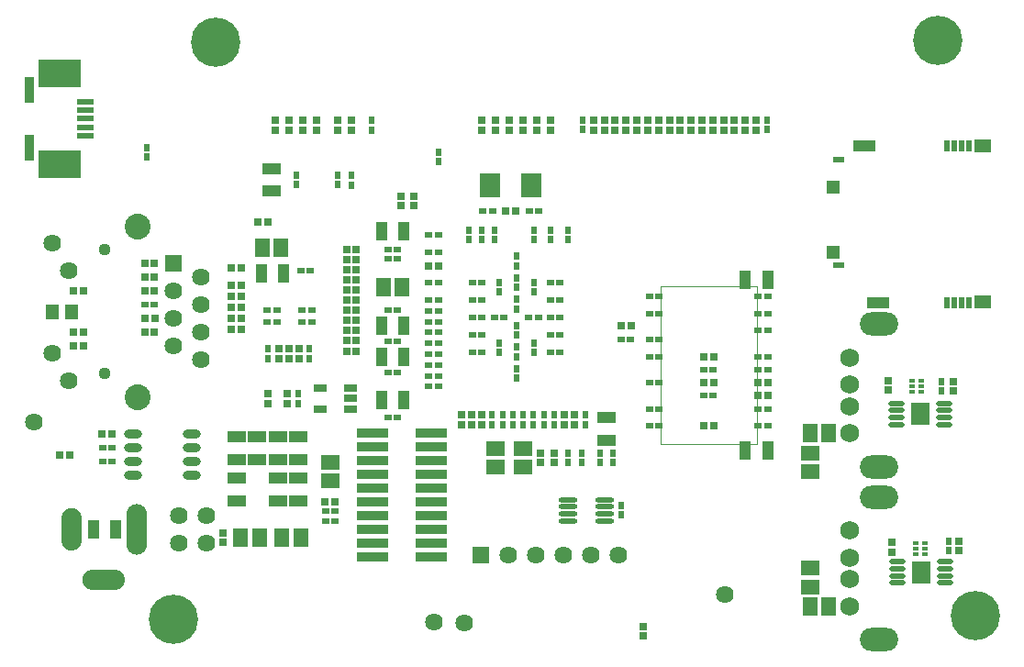
<source format=gbs>
G04*
G04 #@! TF.GenerationSoftware,Altium Limited,Altium Designer,19.1.9 (167)*
G04*
G04 Layer_Color=16711935*
%FSLAX25Y25*%
%MOIN*%
G70*
G01*
G75*
%ADD11C,0.00100*%
%ADD42R,0.02402X0.02902*%
%ADD43R,0.07400X0.08900*%
%ADD46R,0.02565X0.02565*%
%ADD47R,0.02565X0.02565*%
%ADD48R,0.02400X0.01600*%
%ADD55R,0.06509X0.04343*%
%ADD56R,0.02902X0.02402*%
%ADD57R,0.04343X0.06509*%
%ADD58C,0.06400*%
%ADD59C,0.17900*%
%ADD60C,0.04400*%
%ADD61C,0.09400*%
%ADD62R,0.06400X0.06400*%
%ADD63C,0.06900*%
%ADD64O,0.13900X0.08400*%
%ADD65O,0.07400X0.15400*%
%ADD66O,0.07400X0.18400*%
%ADD67O,0.15400X0.07400*%
%ADD117R,0.07099X0.08359*%
%ADD118O,0.05906X0.02165*%
%ADD119R,0.06587X0.05406*%
%ADD120R,0.05406X0.06587*%
%ADD121R,0.05912X0.02369*%
%ADD122R,0.03550X0.09652*%
%ADD123R,0.15400X0.10400*%
%ADD124R,0.03900X0.02400*%
%ADD125R,0.02200X0.04000*%
%ADD126R,0.08300X0.03900*%
%ADD127R,0.04700X0.05100*%
%ADD128R,0.06400X0.04800*%
%ADD129R,0.11400X0.03200*%
%ADD130R,0.05131X0.03162*%
%ADD131O,0.06902X0.01784*%
%ADD132O,0.06509X0.03162*%
%ADD133R,0.02998X0.02841*%
%ADD134R,0.04900X0.05400*%
D11*
X234034Y76926D02*
Y134176D01*
X269234D01*
Y76926D02*
Y134176D01*
X234034Y76926D02*
X269234D01*
D42*
X153541Y179668D02*
D03*
Y183132D02*
D03*
X102500Y95232D02*
D03*
Y91768D02*
D03*
X106496Y111563D02*
D03*
Y108098D02*
D03*
X91536Y111563D02*
D03*
Y108098D02*
D03*
X129000Y194532D02*
D03*
Y191068D02*
D03*
X121800Y171068D02*
D03*
Y174532D02*
D03*
X116600Y174632D02*
D03*
Y171168D02*
D03*
X101600Y171168D02*
D03*
Y174632D02*
D03*
X216600Y73732D02*
D03*
Y70268D02*
D03*
X175335Y132343D02*
D03*
Y135807D02*
D03*
X191634Y84068D02*
D03*
Y87532D02*
D03*
X173800Y154632D02*
D03*
Y151168D02*
D03*
X195384Y84068D02*
D03*
Y87532D02*
D03*
X180384Y84068D02*
D03*
Y87532D02*
D03*
X176634Y84068D02*
D03*
Y87532D02*
D03*
X184134Y84068D02*
D03*
Y87532D02*
D03*
X181634Y100847D02*
D03*
Y104311D02*
D03*
X175335Y113760D02*
D03*
Y110295D02*
D03*
X187933Y135807D02*
D03*
Y132343D02*
D03*
X181634Y126043D02*
D03*
Y129508D02*
D03*
X187933Y113760D02*
D03*
Y110295D02*
D03*
X181634Y120059D02*
D03*
Y116595D02*
D03*
Y133917D02*
D03*
Y137382D02*
D03*
X194232Y154632D02*
D03*
Y151168D02*
D03*
X164300Y154632D02*
D03*
Y151168D02*
D03*
X200547Y154632D02*
D03*
Y151168D02*
D03*
X205771Y194646D02*
D03*
Y191181D02*
D03*
X206634Y84068D02*
D03*
Y87532D02*
D03*
X212200Y73732D02*
D03*
Y70268D02*
D03*
X187925Y154632D02*
D03*
Y151168D02*
D03*
X181634Y108721D02*
D03*
Y112185D02*
D03*
X172884Y87532D02*
D03*
Y84068D02*
D03*
X169055Y151168D02*
D03*
Y154632D02*
D03*
X272700Y191181D02*
D03*
Y194646D02*
D03*
X181634Y141791D02*
D03*
Y145256D02*
D03*
X336100Y99732D02*
D03*
Y96268D02*
D03*
X338600Y41632D02*
D03*
Y38168D02*
D03*
X47500Y184732D02*
D03*
Y181268D02*
D03*
X219600Y51168D02*
D03*
Y54632D02*
D03*
X205384Y70268D02*
D03*
Y73732D02*
D03*
X200416Y73732D02*
D03*
Y70268D02*
D03*
X187884Y87532D02*
D03*
Y84068D02*
D03*
D43*
X187114Y171100D02*
D03*
X172154D02*
D03*
D46*
X342300Y38228D02*
D03*
Y41772D02*
D03*
X318100Y41372D02*
D03*
Y37828D02*
D03*
X98500Y91728D02*
D03*
Y95272D02*
D03*
X95266Y111602D02*
D03*
Y108059D02*
D03*
X102766Y108059D02*
D03*
Y111602D02*
D03*
X99016Y111602D02*
D03*
Y108059D02*
D03*
X116600Y194572D02*
D03*
Y191028D02*
D03*
X179134Y191028D02*
D03*
Y194572D02*
D03*
X169134Y191028D02*
D03*
Y194572D02*
D03*
X99200Y191028D02*
D03*
Y194572D02*
D03*
X94200Y191028D02*
D03*
Y194572D02*
D03*
X174134Y191028D02*
D03*
Y194572D02*
D03*
X189134Y191028D02*
D03*
Y194572D02*
D03*
X109200Y191028D02*
D03*
Y194572D02*
D03*
X104200Y191028D02*
D03*
Y194572D02*
D03*
X184134Y191028D02*
D03*
Y194572D02*
D03*
X194134Y191028D02*
D03*
Y194572D02*
D03*
X268763Y191142D02*
D03*
Y194685D02*
D03*
X264826Y191142D02*
D03*
Y194685D02*
D03*
X260889Y191142D02*
D03*
Y194685D02*
D03*
X256952Y191142D02*
D03*
Y194685D02*
D03*
X253015Y191142D02*
D03*
Y194685D02*
D03*
X249078Y191142D02*
D03*
Y194685D02*
D03*
X245141Y191142D02*
D03*
Y194685D02*
D03*
X241204Y191142D02*
D03*
Y194685D02*
D03*
X237267Y191142D02*
D03*
Y194685D02*
D03*
X233330Y191142D02*
D03*
Y194685D02*
D03*
X229393Y191142D02*
D03*
Y194685D02*
D03*
X217582Y191142D02*
D03*
Y194685D02*
D03*
X225456Y191142D02*
D03*
Y194685D02*
D03*
X221519Y191142D02*
D03*
Y194685D02*
D03*
X209708Y191142D02*
D03*
Y194685D02*
D03*
X213645Y191142D02*
D03*
Y194685D02*
D03*
X202884Y84028D02*
D03*
Y87572D02*
D03*
X161634Y87572D02*
D03*
Y84028D02*
D03*
X195448Y70228D02*
D03*
Y73772D02*
D03*
X316600Y100072D02*
D03*
Y96528D02*
D03*
X190480Y70228D02*
D03*
Y73772D02*
D03*
X340400Y96228D02*
D03*
Y99772D02*
D03*
X199134Y84028D02*
D03*
Y87572D02*
D03*
X121700Y191028D02*
D03*
Y194572D02*
D03*
X139870Y167118D02*
D03*
Y163575D02*
D03*
X169134Y84028D02*
D03*
Y87572D02*
D03*
X165384Y84028D02*
D03*
Y87572D02*
D03*
X227700Y10772D02*
D03*
Y7228D02*
D03*
X144370Y167118D02*
D03*
Y163575D02*
D03*
X75000Y41228D02*
D03*
Y44772D02*
D03*
X91500Y95272D02*
D03*
Y91728D02*
D03*
D47*
X119928Y144100D02*
D03*
X123472D02*
D03*
X81772Y118500D02*
D03*
X78228D02*
D03*
X123472Y110800D02*
D03*
X119928D02*
D03*
X123472Y136700D02*
D03*
X119928D02*
D03*
X123472Y125600D02*
D03*
X119928D02*
D03*
X123472Y140400D02*
D03*
X119928D02*
D03*
X123472Y129300D02*
D03*
X119928D02*
D03*
X123472Y133000D02*
D03*
X119928D02*
D03*
X123472Y118200D02*
D03*
X119928D02*
D03*
X123472Y147800D02*
D03*
X119928D02*
D03*
X123472Y121900D02*
D03*
X119928D02*
D03*
X123472Y114500D02*
D03*
X119928D02*
D03*
X78228Y141000D02*
D03*
X81772D02*
D03*
X50272Y122500D02*
D03*
X46728D02*
D03*
X24272Y132500D02*
D03*
X20728D02*
D03*
X24272Y112500D02*
D03*
X20728D02*
D03*
X24272Y117500D02*
D03*
X20728D02*
D03*
X81772Y134500D02*
D03*
X78228D02*
D03*
X81772Y130500D02*
D03*
X78228D02*
D03*
X81772Y126500D02*
D03*
X78228D02*
D03*
X81772Y122500D02*
D03*
X78228D02*
D03*
X272969Y94553D02*
D03*
X269426D02*
D03*
X253284Y99277D02*
D03*
X249741D02*
D03*
X253284Y108726D02*
D03*
X249741D02*
D03*
X253284Y83529D02*
D03*
X249741D02*
D03*
X272969Y99277D02*
D03*
X269426D02*
D03*
X153372Y141600D02*
D03*
X149828D02*
D03*
X91372Y157800D02*
D03*
X87828D02*
D03*
X219728Y119903D02*
D03*
X223272D02*
D03*
X112228Y56000D02*
D03*
X115772D02*
D03*
X181406Y161500D02*
D03*
X177862D02*
D03*
X31228Y80500D02*
D03*
X34772D02*
D03*
X19272Y73000D02*
D03*
X15728D02*
D03*
D48*
X325372Y99968D02*
D03*
Y96032D02*
D03*
Y98000D02*
D03*
X328828D02*
D03*
Y99968D02*
D03*
Y96032D02*
D03*
X326672Y41068D02*
D03*
Y37132D02*
D03*
Y39100D02*
D03*
X330128D02*
D03*
Y41068D02*
D03*
Y37132D02*
D03*
D55*
X92600Y176935D02*
D03*
Y168865D02*
D03*
X214400Y86535D02*
D03*
Y78465D02*
D03*
X87500Y79535D02*
D03*
Y71465D02*
D03*
X102500Y64535D02*
D03*
Y56465D02*
D03*
Y79535D02*
D03*
Y71465D02*
D03*
X95000Y71465D02*
D03*
Y79535D02*
D03*
Y64535D02*
D03*
Y56465D02*
D03*
X80000Y56465D02*
D03*
Y64535D02*
D03*
Y71465D02*
D03*
Y79535D02*
D03*
D56*
X103868Y121400D02*
D03*
X107332D02*
D03*
X103868Y125800D02*
D03*
X107332D02*
D03*
X94632D02*
D03*
X91168D02*
D03*
X94632Y121400D02*
D03*
X91168D02*
D03*
X106732Y140000D02*
D03*
X103268D02*
D03*
X50232Y127500D02*
D03*
X46768D02*
D03*
X31268Y75500D02*
D03*
X34732D02*
D03*
X249780Y94553D02*
D03*
X253245D02*
D03*
X253245Y104002D02*
D03*
X249780D02*
D03*
X272930Y83529D02*
D03*
X269465D02*
D03*
X272930Y89828D02*
D03*
X269465D02*
D03*
X272930Y104002D02*
D03*
X269465D02*
D03*
X272930Y108726D02*
D03*
X269465D02*
D03*
X272930Y118175D02*
D03*
X269465D02*
D03*
X272930Y124474D02*
D03*
X269465D02*
D03*
X272930Y130773D02*
D03*
X269465D02*
D03*
X230095Y89828D02*
D03*
X233560D02*
D03*
X230095Y99277D02*
D03*
X233560D02*
D03*
X230095Y108726D02*
D03*
X233560D02*
D03*
X230095Y115025D02*
D03*
X233560D02*
D03*
X230095Y124474D02*
D03*
X233560D02*
D03*
X230095Y130773D02*
D03*
X233560D02*
D03*
X149868Y117539D02*
D03*
X153332D02*
D03*
X149868Y146800D02*
D03*
X153332D02*
D03*
X134968Y86500D02*
D03*
X138432D02*
D03*
X165728Y123051D02*
D03*
X169193D02*
D03*
X189665D02*
D03*
X186201D02*
D03*
X149868Y125413D02*
D03*
X153332D02*
D03*
X149868Y113602D02*
D03*
X153332D02*
D03*
X149868Y109665D02*
D03*
X153332D02*
D03*
X134968Y103100D02*
D03*
X138432D02*
D03*
X134968Y125551D02*
D03*
X138432D02*
D03*
X134968Y114200D02*
D03*
X138432D02*
D03*
X177067Y123051D02*
D03*
X173602D02*
D03*
X165728Y135650D02*
D03*
X169193D02*
D03*
X153332Y153000D02*
D03*
X149868D02*
D03*
X169193Y110453D02*
D03*
X165728D02*
D03*
X134968Y147800D02*
D03*
X138432D02*
D03*
X169193Y129350D02*
D03*
X165728D02*
D03*
X165728Y116752D02*
D03*
X169193D02*
D03*
X194075Y129350D02*
D03*
X197539D02*
D03*
X194075Y110453D02*
D03*
X197539D02*
D03*
X194075Y123051D02*
D03*
X197539D02*
D03*
X194075Y116752D02*
D03*
X197539D02*
D03*
X230095Y83529D02*
D03*
X233560D02*
D03*
X153332Y121476D02*
D03*
X149868D02*
D03*
X153332Y129351D02*
D03*
X149868D02*
D03*
X138432Y144200D02*
D03*
X134968D02*
D03*
X197539Y135650D02*
D03*
X194075D02*
D03*
X149868Y97854D02*
D03*
X153332D02*
D03*
X149868Y105728D02*
D03*
X153332D02*
D03*
X149868Y135600D02*
D03*
X153332D02*
D03*
X149866Y101791D02*
D03*
X153331D02*
D03*
X223232Y115000D02*
D03*
X219768D02*
D03*
X115732Y49000D02*
D03*
X112268D02*
D03*
X112268Y52500D02*
D03*
X115732D02*
D03*
X172932Y161500D02*
D03*
X169468D02*
D03*
X189732D02*
D03*
X186268D02*
D03*
X31268Y70500D02*
D03*
X34732D02*
D03*
D57*
X88965Y139000D02*
D03*
X97035D02*
D03*
X264865Y74500D02*
D03*
X272935D02*
D03*
X140735Y93000D02*
D03*
X132665D02*
D03*
X140735Y120000D02*
D03*
X132665D02*
D03*
X140735Y108500D02*
D03*
X132665D02*
D03*
X264865Y136800D02*
D03*
X272935D02*
D03*
X132665Y154300D02*
D03*
X140735D02*
D03*
X27965Y46000D02*
D03*
X36035D02*
D03*
D58*
X6500Y85000D02*
D03*
X162800Y12100D02*
D03*
X257505Y22217D02*
D03*
X69000Y51000D02*
D03*
X59000Y41000D02*
D03*
Y51000D02*
D03*
X69000Y41000D02*
D03*
X151800Y12200D02*
D03*
X57250Y112500D02*
D03*
X67250Y107500D02*
D03*
Y137500D02*
D03*
X57250Y132500D02*
D03*
X67250Y117500D02*
D03*
X12950Y149900D02*
D03*
X18950Y139900D02*
D03*
Y100100D02*
D03*
X12950Y110100D02*
D03*
X67250Y127500D02*
D03*
X57250Y122500D02*
D03*
X188600Y36700D02*
D03*
X218600D02*
D03*
X178600D02*
D03*
X208600D02*
D03*
X198600D02*
D03*
D59*
X348400Y14500D02*
D03*
X72550Y223000D02*
D03*
X334823Y223567D02*
D03*
X57000Y13400D02*
D03*
D60*
X32250Y102500D02*
D03*
Y147500D02*
D03*
D61*
X44250Y156000D02*
D03*
Y94000D02*
D03*
D62*
X57250Y142500D02*
D03*
X168600Y36700D02*
D03*
D63*
X302753Y108417D02*
D03*
Y98577D02*
D03*
Y90697D02*
D03*
Y80857D02*
D03*
Y45617D02*
D03*
Y35777D02*
D03*
Y27897D02*
D03*
Y18057D02*
D03*
D64*
X313423Y120507D02*
D03*
Y68767D02*
D03*
Y57707D02*
D03*
Y5967D02*
D03*
D65*
X20000Y46000D02*
D03*
D66*
X43600D02*
D03*
D67*
X31800Y27500D02*
D03*
D117*
X328600Y30400D02*
D03*
X328300Y87900D02*
D03*
D118*
X337261Y34239D02*
D03*
Y31679D02*
D03*
Y29120D02*
D03*
Y26561D02*
D03*
X319939Y34239D02*
D03*
Y31679D02*
D03*
Y29120D02*
D03*
Y26561D02*
D03*
X336961Y91739D02*
D03*
Y89179D02*
D03*
Y86620D02*
D03*
Y84061D02*
D03*
X319639Y91739D02*
D03*
Y89179D02*
D03*
Y86620D02*
D03*
Y84061D02*
D03*
D119*
X288400Y25075D02*
D03*
Y31925D02*
D03*
X174034Y75425D02*
D03*
Y68575D02*
D03*
X184134Y75425D02*
D03*
Y68575D02*
D03*
X288400Y66975D02*
D03*
Y73825D02*
D03*
X114000Y70425D02*
D03*
Y63575D02*
D03*
D120*
X295225Y18000D02*
D03*
X288375D02*
D03*
X96225Y148400D02*
D03*
X89375D02*
D03*
X133275Y134100D02*
D03*
X140125D02*
D03*
X288375Y80900D02*
D03*
X295225D02*
D03*
X96575Y43000D02*
D03*
X103425D02*
D03*
X88425D02*
D03*
X81575D02*
D03*
D121*
X25196Y198327D02*
D03*
Y195177D02*
D03*
Y192027D02*
D03*
Y201476D02*
D03*
Y188878D02*
D03*
D122*
X4724Y184646D02*
D03*
Y205708D02*
D03*
D123*
X15747Y178642D02*
D03*
Y211712D02*
D03*
D124*
X298653Y180441D02*
D03*
Y142055D02*
D03*
D125*
X346249Y185489D02*
D03*
X340737D02*
D03*
X337981D02*
D03*
Y128345D02*
D03*
X340737D02*
D03*
X346249D02*
D03*
X343493Y185489D02*
D03*
Y128345D02*
D03*
D126*
X307922Y185460D02*
D03*
X313040Y128374D02*
D03*
D127*
X296690Y170401D02*
D03*
Y146780D02*
D03*
D128*
X351229Y128585D02*
D03*
Y185249D02*
D03*
D129*
X150650Y46000D02*
D03*
X129350Y51000D02*
D03*
X150650Y36000D02*
D03*
X129350Y71000D02*
D03*
X150650Y76000D02*
D03*
X129350D02*
D03*
X150650Y51000D02*
D03*
Y56000D02*
D03*
Y61000D02*
D03*
Y81000D02*
D03*
Y71000D02*
D03*
Y41000D02*
D03*
X129350Y36000D02*
D03*
Y41000D02*
D03*
Y56000D02*
D03*
Y61000D02*
D03*
Y66000D02*
D03*
X150650D02*
D03*
X129350Y46000D02*
D03*
Y81000D02*
D03*
D130*
X110488Y97240D02*
D03*
Y89760D02*
D03*
X121512D02*
D03*
Y93500D02*
D03*
Y97240D02*
D03*
D131*
X200307Y49061D02*
D03*
Y51621D02*
D03*
Y54180D02*
D03*
Y56739D02*
D03*
X213693Y49061D02*
D03*
Y51621D02*
D03*
Y54180D02*
D03*
Y56739D02*
D03*
D132*
X63728Y80500D02*
D03*
Y75500D02*
D03*
Y70500D02*
D03*
Y65500D02*
D03*
X42272Y80500D02*
D03*
Y75500D02*
D03*
Y70500D02*
D03*
Y65500D02*
D03*
D133*
X46768Y117500D02*
D03*
X50232D02*
D03*
X46768Y132500D02*
D03*
X50232D02*
D03*
X46768Y137500D02*
D03*
X50232D02*
D03*
X46768Y142500D02*
D03*
X50232D02*
D03*
D134*
X13035Y125083D02*
D03*
X20035D02*
D03*
M02*

</source>
